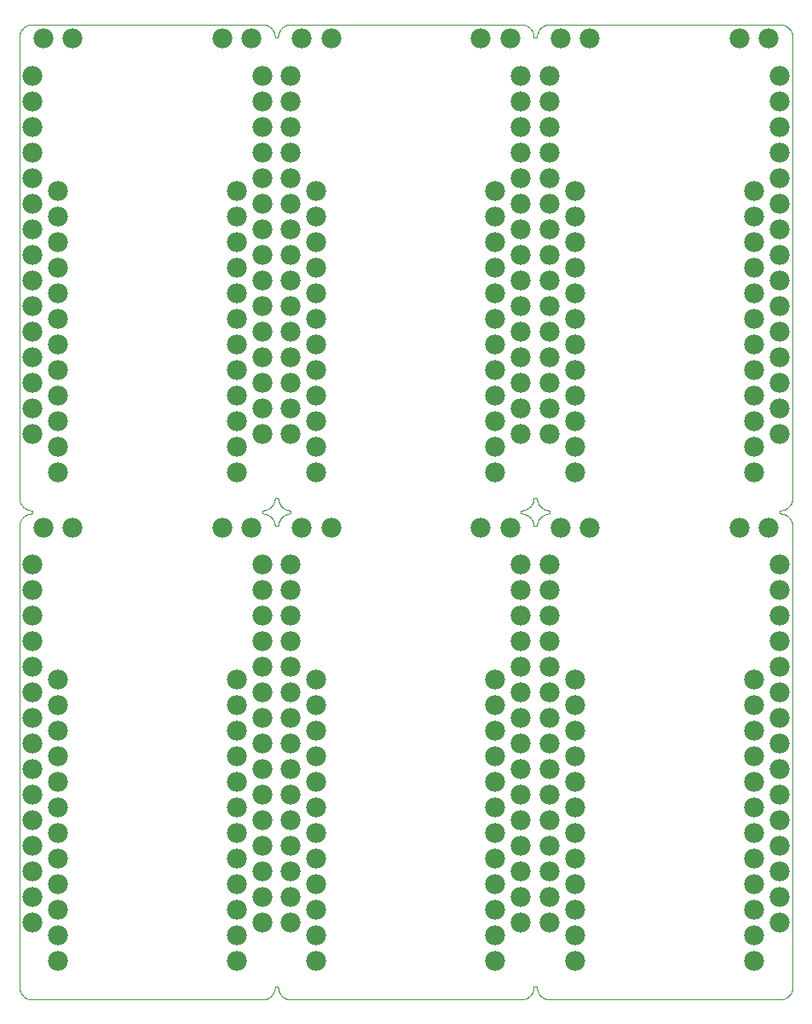
<source format=gbs>
G75*
%MOIN*%
%OFA0B0*%
%FSLAX25Y25*%
%IPPOS*%
%LPD*%
%AMOC8*
5,1,8,0,0,1.08239X$1,22.5*
%
%ADD10C,0.00000*%
%ADD11C,0.07800*%
D10*
X0077595Y0048933D02*
X0077595Y0228933D01*
X0077597Y0229073D01*
X0077603Y0229213D01*
X0077613Y0229353D01*
X0077626Y0229493D01*
X0077644Y0229632D01*
X0077666Y0229771D01*
X0077691Y0229908D01*
X0077720Y0230046D01*
X0077753Y0230182D01*
X0077790Y0230317D01*
X0077831Y0230451D01*
X0077876Y0230584D01*
X0077924Y0230716D01*
X0077976Y0230846D01*
X0078031Y0230975D01*
X0078090Y0231102D01*
X0078153Y0231228D01*
X0078219Y0231352D01*
X0078288Y0231473D01*
X0078361Y0231593D01*
X0078438Y0231711D01*
X0078517Y0231826D01*
X0078600Y0231940D01*
X0078686Y0232050D01*
X0078775Y0232159D01*
X0078867Y0232265D01*
X0078962Y0232368D01*
X0079059Y0232469D01*
X0079160Y0232566D01*
X0079263Y0232661D01*
X0079369Y0232753D01*
X0079478Y0232842D01*
X0079588Y0232928D01*
X0079702Y0233011D01*
X0079817Y0233090D01*
X0079935Y0233167D01*
X0080055Y0233240D01*
X0080176Y0233309D01*
X0080300Y0233375D01*
X0080426Y0233438D01*
X0080553Y0233497D01*
X0080682Y0233552D01*
X0080812Y0233604D01*
X0080944Y0233652D01*
X0081077Y0233697D01*
X0081211Y0233738D01*
X0081346Y0233775D01*
X0081482Y0233808D01*
X0081620Y0233837D01*
X0081757Y0233862D01*
X0081896Y0233884D01*
X0082035Y0233902D01*
X0082175Y0233915D01*
X0082315Y0233925D01*
X0082455Y0233931D01*
X0082595Y0233933D01*
X0082595Y0235183D01*
X0082455Y0235185D01*
X0082315Y0235191D01*
X0082175Y0235201D01*
X0082035Y0235214D01*
X0081896Y0235232D01*
X0081757Y0235254D01*
X0081620Y0235279D01*
X0081482Y0235308D01*
X0081346Y0235341D01*
X0081211Y0235378D01*
X0081077Y0235419D01*
X0080944Y0235464D01*
X0080812Y0235512D01*
X0080682Y0235564D01*
X0080553Y0235619D01*
X0080426Y0235678D01*
X0080300Y0235741D01*
X0080176Y0235807D01*
X0080055Y0235876D01*
X0079935Y0235949D01*
X0079817Y0236026D01*
X0079702Y0236105D01*
X0079588Y0236188D01*
X0079478Y0236274D01*
X0079369Y0236363D01*
X0079263Y0236455D01*
X0079160Y0236550D01*
X0079059Y0236647D01*
X0078962Y0236748D01*
X0078867Y0236851D01*
X0078775Y0236957D01*
X0078686Y0237066D01*
X0078600Y0237176D01*
X0078517Y0237290D01*
X0078438Y0237405D01*
X0078361Y0237523D01*
X0078288Y0237643D01*
X0078219Y0237764D01*
X0078153Y0237888D01*
X0078090Y0238014D01*
X0078031Y0238141D01*
X0077976Y0238270D01*
X0077924Y0238400D01*
X0077876Y0238532D01*
X0077831Y0238665D01*
X0077790Y0238799D01*
X0077753Y0238934D01*
X0077720Y0239070D01*
X0077691Y0239208D01*
X0077666Y0239345D01*
X0077644Y0239484D01*
X0077626Y0239623D01*
X0077613Y0239763D01*
X0077603Y0239903D01*
X0077597Y0240043D01*
X0077595Y0240183D01*
X0077595Y0420183D01*
X0077597Y0420323D01*
X0077603Y0420463D01*
X0077613Y0420603D01*
X0077626Y0420743D01*
X0077644Y0420882D01*
X0077666Y0421021D01*
X0077691Y0421158D01*
X0077720Y0421296D01*
X0077753Y0421432D01*
X0077790Y0421567D01*
X0077831Y0421701D01*
X0077876Y0421834D01*
X0077924Y0421966D01*
X0077976Y0422096D01*
X0078031Y0422225D01*
X0078090Y0422352D01*
X0078153Y0422478D01*
X0078219Y0422602D01*
X0078288Y0422723D01*
X0078361Y0422843D01*
X0078438Y0422961D01*
X0078517Y0423076D01*
X0078600Y0423190D01*
X0078686Y0423300D01*
X0078775Y0423409D01*
X0078867Y0423515D01*
X0078962Y0423618D01*
X0079059Y0423719D01*
X0079160Y0423816D01*
X0079263Y0423911D01*
X0079369Y0424003D01*
X0079478Y0424092D01*
X0079588Y0424178D01*
X0079702Y0424261D01*
X0079817Y0424340D01*
X0079935Y0424417D01*
X0080055Y0424490D01*
X0080176Y0424559D01*
X0080300Y0424625D01*
X0080426Y0424688D01*
X0080553Y0424747D01*
X0080682Y0424802D01*
X0080812Y0424854D01*
X0080944Y0424902D01*
X0081077Y0424947D01*
X0081211Y0424988D01*
X0081346Y0425025D01*
X0081482Y0425058D01*
X0081620Y0425087D01*
X0081757Y0425112D01*
X0081896Y0425134D01*
X0082035Y0425152D01*
X0082175Y0425165D01*
X0082315Y0425175D01*
X0082455Y0425181D01*
X0082595Y0425183D01*
X0172595Y0425183D01*
X0172735Y0425181D01*
X0172875Y0425175D01*
X0173015Y0425165D01*
X0173155Y0425152D01*
X0173294Y0425134D01*
X0173433Y0425112D01*
X0173570Y0425087D01*
X0173708Y0425058D01*
X0173844Y0425025D01*
X0173979Y0424988D01*
X0174113Y0424947D01*
X0174246Y0424902D01*
X0174378Y0424854D01*
X0174508Y0424802D01*
X0174637Y0424747D01*
X0174764Y0424688D01*
X0174890Y0424625D01*
X0175014Y0424559D01*
X0175135Y0424490D01*
X0175255Y0424417D01*
X0175373Y0424340D01*
X0175488Y0424261D01*
X0175602Y0424178D01*
X0175712Y0424092D01*
X0175821Y0424003D01*
X0175927Y0423911D01*
X0176030Y0423816D01*
X0176131Y0423719D01*
X0176228Y0423618D01*
X0176323Y0423515D01*
X0176415Y0423409D01*
X0176504Y0423300D01*
X0176590Y0423190D01*
X0176673Y0423076D01*
X0176752Y0422961D01*
X0176829Y0422843D01*
X0176902Y0422723D01*
X0176971Y0422602D01*
X0177037Y0422478D01*
X0177100Y0422352D01*
X0177159Y0422225D01*
X0177214Y0422096D01*
X0177266Y0421966D01*
X0177314Y0421834D01*
X0177359Y0421701D01*
X0177400Y0421567D01*
X0177437Y0421432D01*
X0177470Y0421296D01*
X0177499Y0421158D01*
X0177524Y0421021D01*
X0177546Y0420882D01*
X0177564Y0420743D01*
X0177577Y0420603D01*
X0177587Y0420463D01*
X0177593Y0420323D01*
X0177595Y0420183D01*
X0178845Y0420183D01*
X0178847Y0420323D01*
X0178853Y0420463D01*
X0178863Y0420603D01*
X0178876Y0420743D01*
X0178894Y0420882D01*
X0178916Y0421021D01*
X0178941Y0421158D01*
X0178970Y0421296D01*
X0179003Y0421432D01*
X0179040Y0421567D01*
X0179081Y0421701D01*
X0179126Y0421834D01*
X0179174Y0421966D01*
X0179226Y0422096D01*
X0179281Y0422225D01*
X0179340Y0422352D01*
X0179403Y0422478D01*
X0179469Y0422602D01*
X0179538Y0422723D01*
X0179611Y0422843D01*
X0179688Y0422961D01*
X0179767Y0423076D01*
X0179850Y0423190D01*
X0179936Y0423300D01*
X0180025Y0423409D01*
X0180117Y0423515D01*
X0180212Y0423618D01*
X0180309Y0423719D01*
X0180410Y0423816D01*
X0180513Y0423911D01*
X0180619Y0424003D01*
X0180728Y0424092D01*
X0180838Y0424178D01*
X0180952Y0424261D01*
X0181067Y0424340D01*
X0181185Y0424417D01*
X0181305Y0424490D01*
X0181426Y0424559D01*
X0181550Y0424625D01*
X0181676Y0424688D01*
X0181803Y0424747D01*
X0181932Y0424802D01*
X0182062Y0424854D01*
X0182194Y0424902D01*
X0182327Y0424947D01*
X0182461Y0424988D01*
X0182596Y0425025D01*
X0182732Y0425058D01*
X0182870Y0425087D01*
X0183007Y0425112D01*
X0183146Y0425134D01*
X0183285Y0425152D01*
X0183425Y0425165D01*
X0183565Y0425175D01*
X0183705Y0425181D01*
X0183845Y0425183D01*
X0273845Y0425183D01*
X0273985Y0425181D01*
X0274125Y0425175D01*
X0274265Y0425165D01*
X0274405Y0425152D01*
X0274544Y0425134D01*
X0274683Y0425112D01*
X0274820Y0425087D01*
X0274958Y0425058D01*
X0275094Y0425025D01*
X0275229Y0424988D01*
X0275363Y0424947D01*
X0275496Y0424902D01*
X0275628Y0424854D01*
X0275758Y0424802D01*
X0275887Y0424747D01*
X0276014Y0424688D01*
X0276140Y0424625D01*
X0276264Y0424559D01*
X0276385Y0424490D01*
X0276505Y0424417D01*
X0276623Y0424340D01*
X0276738Y0424261D01*
X0276852Y0424178D01*
X0276962Y0424092D01*
X0277071Y0424003D01*
X0277177Y0423911D01*
X0277280Y0423816D01*
X0277381Y0423719D01*
X0277478Y0423618D01*
X0277573Y0423515D01*
X0277665Y0423409D01*
X0277754Y0423300D01*
X0277840Y0423190D01*
X0277923Y0423076D01*
X0278002Y0422961D01*
X0278079Y0422843D01*
X0278152Y0422723D01*
X0278221Y0422602D01*
X0278287Y0422478D01*
X0278350Y0422352D01*
X0278409Y0422225D01*
X0278464Y0422096D01*
X0278516Y0421966D01*
X0278564Y0421834D01*
X0278609Y0421701D01*
X0278650Y0421567D01*
X0278687Y0421432D01*
X0278720Y0421296D01*
X0278749Y0421158D01*
X0278774Y0421021D01*
X0278796Y0420882D01*
X0278814Y0420743D01*
X0278827Y0420603D01*
X0278837Y0420463D01*
X0278843Y0420323D01*
X0278845Y0420183D01*
X0280095Y0420183D01*
X0280097Y0420323D01*
X0280103Y0420463D01*
X0280113Y0420603D01*
X0280126Y0420743D01*
X0280144Y0420882D01*
X0280166Y0421021D01*
X0280191Y0421158D01*
X0280220Y0421296D01*
X0280253Y0421432D01*
X0280290Y0421567D01*
X0280331Y0421701D01*
X0280376Y0421834D01*
X0280424Y0421966D01*
X0280476Y0422096D01*
X0280531Y0422225D01*
X0280590Y0422352D01*
X0280653Y0422478D01*
X0280719Y0422602D01*
X0280788Y0422723D01*
X0280861Y0422843D01*
X0280938Y0422961D01*
X0281017Y0423076D01*
X0281100Y0423190D01*
X0281186Y0423300D01*
X0281275Y0423409D01*
X0281367Y0423515D01*
X0281462Y0423618D01*
X0281559Y0423719D01*
X0281660Y0423816D01*
X0281763Y0423911D01*
X0281869Y0424003D01*
X0281978Y0424092D01*
X0282088Y0424178D01*
X0282202Y0424261D01*
X0282317Y0424340D01*
X0282435Y0424417D01*
X0282555Y0424490D01*
X0282676Y0424559D01*
X0282800Y0424625D01*
X0282926Y0424688D01*
X0283053Y0424747D01*
X0283182Y0424802D01*
X0283312Y0424854D01*
X0283444Y0424902D01*
X0283577Y0424947D01*
X0283711Y0424988D01*
X0283846Y0425025D01*
X0283982Y0425058D01*
X0284120Y0425087D01*
X0284257Y0425112D01*
X0284396Y0425134D01*
X0284535Y0425152D01*
X0284675Y0425165D01*
X0284815Y0425175D01*
X0284955Y0425181D01*
X0285095Y0425183D01*
X0375095Y0425183D01*
X0375235Y0425181D01*
X0375375Y0425175D01*
X0375515Y0425165D01*
X0375655Y0425152D01*
X0375794Y0425134D01*
X0375933Y0425112D01*
X0376070Y0425087D01*
X0376208Y0425058D01*
X0376344Y0425025D01*
X0376479Y0424988D01*
X0376613Y0424947D01*
X0376746Y0424902D01*
X0376878Y0424854D01*
X0377008Y0424802D01*
X0377137Y0424747D01*
X0377264Y0424688D01*
X0377390Y0424625D01*
X0377514Y0424559D01*
X0377635Y0424490D01*
X0377755Y0424417D01*
X0377873Y0424340D01*
X0377988Y0424261D01*
X0378102Y0424178D01*
X0378212Y0424092D01*
X0378321Y0424003D01*
X0378427Y0423911D01*
X0378530Y0423816D01*
X0378631Y0423719D01*
X0378728Y0423618D01*
X0378823Y0423515D01*
X0378915Y0423409D01*
X0379004Y0423300D01*
X0379090Y0423190D01*
X0379173Y0423076D01*
X0379252Y0422961D01*
X0379329Y0422843D01*
X0379402Y0422723D01*
X0379471Y0422602D01*
X0379537Y0422478D01*
X0379600Y0422352D01*
X0379659Y0422225D01*
X0379714Y0422096D01*
X0379766Y0421966D01*
X0379814Y0421834D01*
X0379859Y0421701D01*
X0379900Y0421567D01*
X0379937Y0421432D01*
X0379970Y0421296D01*
X0379999Y0421158D01*
X0380024Y0421021D01*
X0380046Y0420882D01*
X0380064Y0420743D01*
X0380077Y0420603D01*
X0380087Y0420463D01*
X0380093Y0420323D01*
X0380095Y0420183D01*
X0380095Y0240183D01*
X0380093Y0240043D01*
X0380087Y0239903D01*
X0380077Y0239763D01*
X0380064Y0239623D01*
X0380046Y0239484D01*
X0380024Y0239345D01*
X0379999Y0239208D01*
X0379970Y0239070D01*
X0379937Y0238934D01*
X0379900Y0238799D01*
X0379859Y0238665D01*
X0379814Y0238532D01*
X0379766Y0238400D01*
X0379714Y0238270D01*
X0379659Y0238141D01*
X0379600Y0238014D01*
X0379537Y0237888D01*
X0379471Y0237764D01*
X0379402Y0237643D01*
X0379329Y0237523D01*
X0379252Y0237405D01*
X0379173Y0237290D01*
X0379090Y0237176D01*
X0379004Y0237066D01*
X0378915Y0236957D01*
X0378823Y0236851D01*
X0378728Y0236748D01*
X0378631Y0236647D01*
X0378530Y0236550D01*
X0378427Y0236455D01*
X0378321Y0236363D01*
X0378212Y0236274D01*
X0378102Y0236188D01*
X0377988Y0236105D01*
X0377873Y0236026D01*
X0377755Y0235949D01*
X0377635Y0235876D01*
X0377514Y0235807D01*
X0377390Y0235741D01*
X0377264Y0235678D01*
X0377137Y0235619D01*
X0377008Y0235564D01*
X0376878Y0235512D01*
X0376746Y0235464D01*
X0376613Y0235419D01*
X0376479Y0235378D01*
X0376344Y0235341D01*
X0376208Y0235308D01*
X0376070Y0235279D01*
X0375933Y0235254D01*
X0375794Y0235232D01*
X0375655Y0235214D01*
X0375515Y0235201D01*
X0375375Y0235191D01*
X0375235Y0235185D01*
X0375095Y0235183D01*
X0375095Y0233933D01*
X0375235Y0233931D01*
X0375375Y0233925D01*
X0375515Y0233915D01*
X0375655Y0233902D01*
X0375794Y0233884D01*
X0375933Y0233862D01*
X0376070Y0233837D01*
X0376208Y0233808D01*
X0376344Y0233775D01*
X0376479Y0233738D01*
X0376613Y0233697D01*
X0376746Y0233652D01*
X0376878Y0233604D01*
X0377008Y0233552D01*
X0377137Y0233497D01*
X0377264Y0233438D01*
X0377390Y0233375D01*
X0377514Y0233309D01*
X0377635Y0233240D01*
X0377755Y0233167D01*
X0377873Y0233090D01*
X0377988Y0233011D01*
X0378102Y0232928D01*
X0378212Y0232842D01*
X0378321Y0232753D01*
X0378427Y0232661D01*
X0378530Y0232566D01*
X0378631Y0232469D01*
X0378728Y0232368D01*
X0378823Y0232265D01*
X0378915Y0232159D01*
X0379004Y0232050D01*
X0379090Y0231940D01*
X0379173Y0231826D01*
X0379252Y0231711D01*
X0379329Y0231593D01*
X0379402Y0231473D01*
X0379471Y0231352D01*
X0379537Y0231228D01*
X0379600Y0231102D01*
X0379659Y0230975D01*
X0379714Y0230846D01*
X0379766Y0230716D01*
X0379814Y0230584D01*
X0379859Y0230451D01*
X0379900Y0230317D01*
X0379937Y0230182D01*
X0379970Y0230046D01*
X0379999Y0229908D01*
X0380024Y0229771D01*
X0380046Y0229632D01*
X0380064Y0229493D01*
X0380077Y0229353D01*
X0380087Y0229213D01*
X0380093Y0229073D01*
X0380095Y0228933D01*
X0380095Y0048933D01*
X0380093Y0048793D01*
X0380087Y0048653D01*
X0380077Y0048513D01*
X0380064Y0048373D01*
X0380046Y0048234D01*
X0380024Y0048095D01*
X0379999Y0047958D01*
X0379970Y0047820D01*
X0379937Y0047684D01*
X0379900Y0047549D01*
X0379859Y0047415D01*
X0379814Y0047282D01*
X0379766Y0047150D01*
X0379714Y0047020D01*
X0379659Y0046891D01*
X0379600Y0046764D01*
X0379537Y0046638D01*
X0379471Y0046514D01*
X0379402Y0046393D01*
X0379329Y0046273D01*
X0379252Y0046155D01*
X0379173Y0046040D01*
X0379090Y0045926D01*
X0379004Y0045816D01*
X0378915Y0045707D01*
X0378823Y0045601D01*
X0378728Y0045498D01*
X0378631Y0045397D01*
X0378530Y0045300D01*
X0378427Y0045205D01*
X0378321Y0045113D01*
X0378212Y0045024D01*
X0378102Y0044938D01*
X0377988Y0044855D01*
X0377873Y0044776D01*
X0377755Y0044699D01*
X0377635Y0044626D01*
X0377514Y0044557D01*
X0377390Y0044491D01*
X0377264Y0044428D01*
X0377137Y0044369D01*
X0377008Y0044314D01*
X0376878Y0044262D01*
X0376746Y0044214D01*
X0376613Y0044169D01*
X0376479Y0044128D01*
X0376344Y0044091D01*
X0376208Y0044058D01*
X0376070Y0044029D01*
X0375933Y0044004D01*
X0375794Y0043982D01*
X0375655Y0043964D01*
X0375515Y0043951D01*
X0375375Y0043941D01*
X0375235Y0043935D01*
X0375095Y0043933D01*
X0285095Y0043933D01*
X0284955Y0043935D01*
X0284815Y0043941D01*
X0284675Y0043951D01*
X0284535Y0043964D01*
X0284396Y0043982D01*
X0284257Y0044004D01*
X0284120Y0044029D01*
X0283982Y0044058D01*
X0283846Y0044091D01*
X0283711Y0044128D01*
X0283577Y0044169D01*
X0283444Y0044214D01*
X0283312Y0044262D01*
X0283182Y0044314D01*
X0283053Y0044369D01*
X0282926Y0044428D01*
X0282800Y0044491D01*
X0282676Y0044557D01*
X0282555Y0044626D01*
X0282435Y0044699D01*
X0282317Y0044776D01*
X0282202Y0044855D01*
X0282088Y0044938D01*
X0281978Y0045024D01*
X0281869Y0045113D01*
X0281763Y0045205D01*
X0281660Y0045300D01*
X0281559Y0045397D01*
X0281462Y0045498D01*
X0281367Y0045601D01*
X0281275Y0045707D01*
X0281186Y0045816D01*
X0281100Y0045926D01*
X0281017Y0046040D01*
X0280938Y0046155D01*
X0280861Y0046273D01*
X0280788Y0046393D01*
X0280719Y0046514D01*
X0280653Y0046638D01*
X0280590Y0046764D01*
X0280531Y0046891D01*
X0280476Y0047020D01*
X0280424Y0047150D01*
X0280376Y0047282D01*
X0280331Y0047415D01*
X0280290Y0047549D01*
X0280253Y0047684D01*
X0280220Y0047820D01*
X0280191Y0047958D01*
X0280166Y0048095D01*
X0280144Y0048234D01*
X0280126Y0048373D01*
X0280113Y0048513D01*
X0280103Y0048653D01*
X0280097Y0048793D01*
X0280095Y0048933D01*
X0278845Y0048933D01*
X0278843Y0048793D01*
X0278837Y0048653D01*
X0278827Y0048513D01*
X0278814Y0048373D01*
X0278796Y0048234D01*
X0278774Y0048095D01*
X0278749Y0047958D01*
X0278720Y0047820D01*
X0278687Y0047684D01*
X0278650Y0047549D01*
X0278609Y0047415D01*
X0278564Y0047282D01*
X0278516Y0047150D01*
X0278464Y0047020D01*
X0278409Y0046891D01*
X0278350Y0046764D01*
X0278287Y0046638D01*
X0278221Y0046514D01*
X0278152Y0046393D01*
X0278079Y0046273D01*
X0278002Y0046155D01*
X0277923Y0046040D01*
X0277840Y0045926D01*
X0277754Y0045816D01*
X0277665Y0045707D01*
X0277573Y0045601D01*
X0277478Y0045498D01*
X0277381Y0045397D01*
X0277280Y0045300D01*
X0277177Y0045205D01*
X0277071Y0045113D01*
X0276962Y0045024D01*
X0276852Y0044938D01*
X0276738Y0044855D01*
X0276623Y0044776D01*
X0276505Y0044699D01*
X0276385Y0044626D01*
X0276264Y0044557D01*
X0276140Y0044491D01*
X0276014Y0044428D01*
X0275887Y0044369D01*
X0275758Y0044314D01*
X0275628Y0044262D01*
X0275496Y0044214D01*
X0275363Y0044169D01*
X0275229Y0044128D01*
X0275094Y0044091D01*
X0274958Y0044058D01*
X0274820Y0044029D01*
X0274683Y0044004D01*
X0274544Y0043982D01*
X0274405Y0043964D01*
X0274265Y0043951D01*
X0274125Y0043941D01*
X0273985Y0043935D01*
X0273845Y0043933D01*
X0183845Y0043933D01*
X0183705Y0043935D01*
X0183565Y0043941D01*
X0183425Y0043951D01*
X0183285Y0043964D01*
X0183146Y0043982D01*
X0183007Y0044004D01*
X0182870Y0044029D01*
X0182732Y0044058D01*
X0182596Y0044091D01*
X0182461Y0044128D01*
X0182327Y0044169D01*
X0182194Y0044214D01*
X0182062Y0044262D01*
X0181932Y0044314D01*
X0181803Y0044369D01*
X0181676Y0044428D01*
X0181550Y0044491D01*
X0181426Y0044557D01*
X0181305Y0044626D01*
X0181185Y0044699D01*
X0181067Y0044776D01*
X0180952Y0044855D01*
X0180838Y0044938D01*
X0180728Y0045024D01*
X0180619Y0045113D01*
X0180513Y0045205D01*
X0180410Y0045300D01*
X0180309Y0045397D01*
X0180212Y0045498D01*
X0180117Y0045601D01*
X0180025Y0045707D01*
X0179936Y0045816D01*
X0179850Y0045926D01*
X0179767Y0046040D01*
X0179688Y0046155D01*
X0179611Y0046273D01*
X0179538Y0046393D01*
X0179469Y0046514D01*
X0179403Y0046638D01*
X0179340Y0046764D01*
X0179281Y0046891D01*
X0179226Y0047020D01*
X0179174Y0047150D01*
X0179126Y0047282D01*
X0179081Y0047415D01*
X0179040Y0047549D01*
X0179003Y0047684D01*
X0178970Y0047820D01*
X0178941Y0047958D01*
X0178916Y0048095D01*
X0178894Y0048234D01*
X0178876Y0048373D01*
X0178863Y0048513D01*
X0178853Y0048653D01*
X0178847Y0048793D01*
X0178845Y0048933D01*
X0177595Y0048933D01*
X0177593Y0048793D01*
X0177587Y0048653D01*
X0177577Y0048513D01*
X0177564Y0048373D01*
X0177546Y0048234D01*
X0177524Y0048095D01*
X0177499Y0047958D01*
X0177470Y0047820D01*
X0177437Y0047684D01*
X0177400Y0047549D01*
X0177359Y0047415D01*
X0177314Y0047282D01*
X0177266Y0047150D01*
X0177214Y0047020D01*
X0177159Y0046891D01*
X0177100Y0046764D01*
X0177037Y0046638D01*
X0176971Y0046514D01*
X0176902Y0046393D01*
X0176829Y0046273D01*
X0176752Y0046155D01*
X0176673Y0046040D01*
X0176590Y0045926D01*
X0176504Y0045816D01*
X0176415Y0045707D01*
X0176323Y0045601D01*
X0176228Y0045498D01*
X0176131Y0045397D01*
X0176030Y0045300D01*
X0175927Y0045205D01*
X0175821Y0045113D01*
X0175712Y0045024D01*
X0175602Y0044938D01*
X0175488Y0044855D01*
X0175373Y0044776D01*
X0175255Y0044699D01*
X0175135Y0044626D01*
X0175014Y0044557D01*
X0174890Y0044491D01*
X0174764Y0044428D01*
X0174637Y0044369D01*
X0174508Y0044314D01*
X0174378Y0044262D01*
X0174246Y0044214D01*
X0174113Y0044169D01*
X0173979Y0044128D01*
X0173844Y0044091D01*
X0173708Y0044058D01*
X0173570Y0044029D01*
X0173433Y0044004D01*
X0173294Y0043982D01*
X0173155Y0043964D01*
X0173015Y0043951D01*
X0172875Y0043941D01*
X0172735Y0043935D01*
X0172595Y0043933D01*
X0082595Y0043933D01*
X0082455Y0043935D01*
X0082315Y0043941D01*
X0082175Y0043951D01*
X0082035Y0043964D01*
X0081896Y0043982D01*
X0081757Y0044004D01*
X0081620Y0044029D01*
X0081482Y0044058D01*
X0081346Y0044091D01*
X0081211Y0044128D01*
X0081077Y0044169D01*
X0080944Y0044214D01*
X0080812Y0044262D01*
X0080682Y0044314D01*
X0080553Y0044369D01*
X0080426Y0044428D01*
X0080300Y0044491D01*
X0080176Y0044557D01*
X0080055Y0044626D01*
X0079935Y0044699D01*
X0079817Y0044776D01*
X0079702Y0044855D01*
X0079588Y0044938D01*
X0079478Y0045024D01*
X0079369Y0045113D01*
X0079263Y0045205D01*
X0079160Y0045300D01*
X0079059Y0045397D01*
X0078962Y0045498D01*
X0078867Y0045601D01*
X0078775Y0045707D01*
X0078686Y0045816D01*
X0078600Y0045926D01*
X0078517Y0046040D01*
X0078438Y0046155D01*
X0078361Y0046273D01*
X0078288Y0046393D01*
X0078219Y0046514D01*
X0078153Y0046638D01*
X0078090Y0046764D01*
X0078031Y0046891D01*
X0077976Y0047020D01*
X0077924Y0047150D01*
X0077876Y0047282D01*
X0077831Y0047415D01*
X0077790Y0047549D01*
X0077753Y0047684D01*
X0077720Y0047820D01*
X0077691Y0047958D01*
X0077666Y0048095D01*
X0077644Y0048234D01*
X0077626Y0048373D01*
X0077613Y0048513D01*
X0077603Y0048653D01*
X0077597Y0048793D01*
X0077595Y0048933D01*
X0177595Y0228933D02*
X0177593Y0229073D01*
X0177587Y0229213D01*
X0177577Y0229353D01*
X0177564Y0229493D01*
X0177546Y0229632D01*
X0177524Y0229771D01*
X0177499Y0229908D01*
X0177470Y0230046D01*
X0177437Y0230182D01*
X0177400Y0230317D01*
X0177359Y0230451D01*
X0177314Y0230584D01*
X0177266Y0230716D01*
X0177214Y0230846D01*
X0177159Y0230975D01*
X0177100Y0231102D01*
X0177037Y0231228D01*
X0176971Y0231352D01*
X0176902Y0231473D01*
X0176829Y0231593D01*
X0176752Y0231711D01*
X0176673Y0231826D01*
X0176590Y0231940D01*
X0176504Y0232050D01*
X0176415Y0232159D01*
X0176323Y0232265D01*
X0176228Y0232368D01*
X0176131Y0232469D01*
X0176030Y0232566D01*
X0175927Y0232661D01*
X0175821Y0232753D01*
X0175712Y0232842D01*
X0175602Y0232928D01*
X0175488Y0233011D01*
X0175373Y0233090D01*
X0175255Y0233167D01*
X0175135Y0233240D01*
X0175014Y0233309D01*
X0174890Y0233375D01*
X0174764Y0233438D01*
X0174637Y0233497D01*
X0174508Y0233552D01*
X0174378Y0233604D01*
X0174246Y0233652D01*
X0174113Y0233697D01*
X0173979Y0233738D01*
X0173844Y0233775D01*
X0173708Y0233808D01*
X0173570Y0233837D01*
X0173433Y0233862D01*
X0173294Y0233884D01*
X0173155Y0233902D01*
X0173015Y0233915D01*
X0172875Y0233925D01*
X0172735Y0233931D01*
X0172595Y0233933D01*
X0172595Y0235183D01*
X0172735Y0235185D01*
X0172875Y0235191D01*
X0173015Y0235201D01*
X0173155Y0235214D01*
X0173294Y0235232D01*
X0173433Y0235254D01*
X0173570Y0235279D01*
X0173708Y0235308D01*
X0173844Y0235341D01*
X0173979Y0235378D01*
X0174113Y0235419D01*
X0174246Y0235464D01*
X0174378Y0235512D01*
X0174508Y0235564D01*
X0174637Y0235619D01*
X0174764Y0235678D01*
X0174890Y0235741D01*
X0175014Y0235807D01*
X0175135Y0235876D01*
X0175255Y0235949D01*
X0175373Y0236026D01*
X0175488Y0236105D01*
X0175602Y0236188D01*
X0175712Y0236274D01*
X0175821Y0236363D01*
X0175927Y0236455D01*
X0176030Y0236550D01*
X0176131Y0236647D01*
X0176228Y0236748D01*
X0176323Y0236851D01*
X0176415Y0236957D01*
X0176504Y0237066D01*
X0176590Y0237176D01*
X0176673Y0237290D01*
X0176752Y0237405D01*
X0176829Y0237523D01*
X0176902Y0237643D01*
X0176971Y0237764D01*
X0177037Y0237888D01*
X0177100Y0238014D01*
X0177159Y0238141D01*
X0177214Y0238270D01*
X0177266Y0238400D01*
X0177314Y0238532D01*
X0177359Y0238665D01*
X0177400Y0238799D01*
X0177437Y0238934D01*
X0177470Y0239070D01*
X0177499Y0239208D01*
X0177524Y0239345D01*
X0177546Y0239484D01*
X0177564Y0239623D01*
X0177577Y0239763D01*
X0177587Y0239903D01*
X0177593Y0240043D01*
X0177595Y0240183D01*
X0178845Y0240183D01*
X0178847Y0240043D01*
X0178853Y0239903D01*
X0178863Y0239763D01*
X0178876Y0239623D01*
X0178894Y0239484D01*
X0178916Y0239345D01*
X0178941Y0239208D01*
X0178970Y0239070D01*
X0179003Y0238934D01*
X0179040Y0238799D01*
X0179081Y0238665D01*
X0179126Y0238532D01*
X0179174Y0238400D01*
X0179226Y0238270D01*
X0179281Y0238141D01*
X0179340Y0238014D01*
X0179403Y0237888D01*
X0179469Y0237764D01*
X0179538Y0237643D01*
X0179611Y0237523D01*
X0179688Y0237405D01*
X0179767Y0237290D01*
X0179850Y0237176D01*
X0179936Y0237066D01*
X0180025Y0236957D01*
X0180117Y0236851D01*
X0180212Y0236748D01*
X0180309Y0236647D01*
X0180410Y0236550D01*
X0180513Y0236455D01*
X0180619Y0236363D01*
X0180728Y0236274D01*
X0180838Y0236188D01*
X0180952Y0236105D01*
X0181067Y0236026D01*
X0181185Y0235949D01*
X0181305Y0235876D01*
X0181426Y0235807D01*
X0181550Y0235741D01*
X0181676Y0235678D01*
X0181803Y0235619D01*
X0181932Y0235564D01*
X0182062Y0235512D01*
X0182194Y0235464D01*
X0182327Y0235419D01*
X0182461Y0235378D01*
X0182596Y0235341D01*
X0182732Y0235308D01*
X0182870Y0235279D01*
X0183007Y0235254D01*
X0183146Y0235232D01*
X0183285Y0235214D01*
X0183425Y0235201D01*
X0183565Y0235191D01*
X0183705Y0235185D01*
X0183845Y0235183D01*
X0183845Y0233933D01*
X0183705Y0233931D01*
X0183565Y0233925D01*
X0183425Y0233915D01*
X0183285Y0233902D01*
X0183146Y0233884D01*
X0183007Y0233862D01*
X0182870Y0233837D01*
X0182732Y0233808D01*
X0182596Y0233775D01*
X0182461Y0233738D01*
X0182327Y0233697D01*
X0182194Y0233652D01*
X0182062Y0233604D01*
X0181932Y0233552D01*
X0181803Y0233497D01*
X0181676Y0233438D01*
X0181550Y0233375D01*
X0181426Y0233309D01*
X0181305Y0233240D01*
X0181185Y0233167D01*
X0181067Y0233090D01*
X0180952Y0233011D01*
X0180838Y0232928D01*
X0180728Y0232842D01*
X0180619Y0232753D01*
X0180513Y0232661D01*
X0180410Y0232566D01*
X0180309Y0232469D01*
X0180212Y0232368D01*
X0180117Y0232265D01*
X0180025Y0232159D01*
X0179936Y0232050D01*
X0179850Y0231940D01*
X0179767Y0231826D01*
X0179688Y0231711D01*
X0179611Y0231593D01*
X0179538Y0231473D01*
X0179469Y0231352D01*
X0179403Y0231228D01*
X0179340Y0231102D01*
X0179281Y0230975D01*
X0179226Y0230846D01*
X0179174Y0230716D01*
X0179126Y0230584D01*
X0179081Y0230451D01*
X0179040Y0230317D01*
X0179003Y0230182D01*
X0178970Y0230046D01*
X0178941Y0229908D01*
X0178916Y0229771D01*
X0178894Y0229632D01*
X0178876Y0229493D01*
X0178863Y0229353D01*
X0178853Y0229213D01*
X0178847Y0229073D01*
X0178845Y0228933D01*
X0177595Y0228933D01*
X0273845Y0233933D02*
X0273985Y0233931D01*
X0274125Y0233925D01*
X0274265Y0233915D01*
X0274405Y0233902D01*
X0274544Y0233884D01*
X0274683Y0233862D01*
X0274820Y0233837D01*
X0274958Y0233808D01*
X0275094Y0233775D01*
X0275229Y0233738D01*
X0275363Y0233697D01*
X0275496Y0233652D01*
X0275628Y0233604D01*
X0275758Y0233552D01*
X0275887Y0233497D01*
X0276014Y0233438D01*
X0276140Y0233375D01*
X0276264Y0233309D01*
X0276385Y0233240D01*
X0276505Y0233167D01*
X0276623Y0233090D01*
X0276738Y0233011D01*
X0276852Y0232928D01*
X0276962Y0232842D01*
X0277071Y0232753D01*
X0277177Y0232661D01*
X0277280Y0232566D01*
X0277381Y0232469D01*
X0277478Y0232368D01*
X0277573Y0232265D01*
X0277665Y0232159D01*
X0277754Y0232050D01*
X0277840Y0231940D01*
X0277923Y0231826D01*
X0278002Y0231711D01*
X0278079Y0231593D01*
X0278152Y0231473D01*
X0278221Y0231352D01*
X0278287Y0231228D01*
X0278350Y0231102D01*
X0278409Y0230975D01*
X0278464Y0230846D01*
X0278516Y0230716D01*
X0278564Y0230584D01*
X0278609Y0230451D01*
X0278650Y0230317D01*
X0278687Y0230182D01*
X0278720Y0230046D01*
X0278749Y0229908D01*
X0278774Y0229771D01*
X0278796Y0229632D01*
X0278814Y0229493D01*
X0278827Y0229353D01*
X0278837Y0229213D01*
X0278843Y0229073D01*
X0278845Y0228933D01*
X0280095Y0228933D01*
X0280097Y0229073D01*
X0280103Y0229213D01*
X0280113Y0229353D01*
X0280126Y0229493D01*
X0280144Y0229632D01*
X0280166Y0229771D01*
X0280191Y0229908D01*
X0280220Y0230046D01*
X0280253Y0230182D01*
X0280290Y0230317D01*
X0280331Y0230451D01*
X0280376Y0230584D01*
X0280424Y0230716D01*
X0280476Y0230846D01*
X0280531Y0230975D01*
X0280590Y0231102D01*
X0280653Y0231228D01*
X0280719Y0231352D01*
X0280788Y0231473D01*
X0280861Y0231593D01*
X0280938Y0231711D01*
X0281017Y0231826D01*
X0281100Y0231940D01*
X0281186Y0232050D01*
X0281275Y0232159D01*
X0281367Y0232265D01*
X0281462Y0232368D01*
X0281559Y0232469D01*
X0281660Y0232566D01*
X0281763Y0232661D01*
X0281869Y0232753D01*
X0281978Y0232842D01*
X0282088Y0232928D01*
X0282202Y0233011D01*
X0282317Y0233090D01*
X0282435Y0233167D01*
X0282555Y0233240D01*
X0282676Y0233309D01*
X0282800Y0233375D01*
X0282926Y0233438D01*
X0283053Y0233497D01*
X0283182Y0233552D01*
X0283312Y0233604D01*
X0283444Y0233652D01*
X0283577Y0233697D01*
X0283711Y0233738D01*
X0283846Y0233775D01*
X0283982Y0233808D01*
X0284120Y0233837D01*
X0284257Y0233862D01*
X0284396Y0233884D01*
X0284535Y0233902D01*
X0284675Y0233915D01*
X0284815Y0233925D01*
X0284955Y0233931D01*
X0285095Y0233933D01*
X0285095Y0235183D01*
X0284955Y0235185D01*
X0284815Y0235191D01*
X0284675Y0235201D01*
X0284535Y0235214D01*
X0284396Y0235232D01*
X0284257Y0235254D01*
X0284120Y0235279D01*
X0283982Y0235308D01*
X0283846Y0235341D01*
X0283711Y0235378D01*
X0283577Y0235419D01*
X0283444Y0235464D01*
X0283312Y0235512D01*
X0283182Y0235564D01*
X0283053Y0235619D01*
X0282926Y0235678D01*
X0282800Y0235741D01*
X0282676Y0235807D01*
X0282555Y0235876D01*
X0282435Y0235949D01*
X0282317Y0236026D01*
X0282202Y0236105D01*
X0282088Y0236188D01*
X0281978Y0236274D01*
X0281869Y0236363D01*
X0281763Y0236455D01*
X0281660Y0236550D01*
X0281559Y0236647D01*
X0281462Y0236748D01*
X0281367Y0236851D01*
X0281275Y0236957D01*
X0281186Y0237066D01*
X0281100Y0237176D01*
X0281017Y0237290D01*
X0280938Y0237405D01*
X0280861Y0237523D01*
X0280788Y0237643D01*
X0280719Y0237764D01*
X0280653Y0237888D01*
X0280590Y0238014D01*
X0280531Y0238141D01*
X0280476Y0238270D01*
X0280424Y0238400D01*
X0280376Y0238532D01*
X0280331Y0238665D01*
X0280290Y0238799D01*
X0280253Y0238934D01*
X0280220Y0239070D01*
X0280191Y0239208D01*
X0280166Y0239345D01*
X0280144Y0239484D01*
X0280126Y0239623D01*
X0280113Y0239763D01*
X0280103Y0239903D01*
X0280097Y0240043D01*
X0280095Y0240183D01*
X0278845Y0240183D01*
X0278843Y0240043D01*
X0278837Y0239903D01*
X0278827Y0239763D01*
X0278814Y0239623D01*
X0278796Y0239484D01*
X0278774Y0239345D01*
X0278749Y0239208D01*
X0278720Y0239070D01*
X0278687Y0238934D01*
X0278650Y0238799D01*
X0278609Y0238665D01*
X0278564Y0238532D01*
X0278516Y0238400D01*
X0278464Y0238270D01*
X0278409Y0238141D01*
X0278350Y0238014D01*
X0278287Y0237888D01*
X0278221Y0237764D01*
X0278152Y0237643D01*
X0278079Y0237523D01*
X0278002Y0237405D01*
X0277923Y0237290D01*
X0277840Y0237176D01*
X0277754Y0237066D01*
X0277665Y0236957D01*
X0277573Y0236851D01*
X0277478Y0236748D01*
X0277381Y0236647D01*
X0277280Y0236550D01*
X0277177Y0236455D01*
X0277071Y0236363D01*
X0276962Y0236274D01*
X0276852Y0236188D01*
X0276738Y0236105D01*
X0276623Y0236026D01*
X0276505Y0235949D01*
X0276385Y0235876D01*
X0276264Y0235807D01*
X0276140Y0235741D01*
X0276014Y0235678D01*
X0275887Y0235619D01*
X0275758Y0235564D01*
X0275628Y0235512D01*
X0275496Y0235464D01*
X0275363Y0235419D01*
X0275229Y0235378D01*
X0275094Y0235341D01*
X0274958Y0235308D01*
X0274820Y0235279D01*
X0274683Y0235254D01*
X0274544Y0235232D01*
X0274405Y0235214D01*
X0274265Y0235201D01*
X0274125Y0235191D01*
X0273985Y0235185D01*
X0273845Y0235183D01*
X0273845Y0233933D01*
D11*
X0269545Y0228433D03*
X0258145Y0228433D03*
X0273845Y0213933D03*
X0273845Y0203933D03*
X0273845Y0193933D03*
X0273845Y0183933D03*
X0273845Y0173933D03*
X0273845Y0163933D03*
X0273845Y0153933D03*
X0273845Y0143933D03*
X0273845Y0133933D03*
X0273845Y0123933D03*
X0263845Y0118933D03*
X0263845Y0128933D03*
X0263845Y0138933D03*
X0263845Y0148933D03*
X0263845Y0158933D03*
X0263845Y0168933D03*
X0285095Y0163933D03*
X0285095Y0153933D03*
X0285095Y0143933D03*
X0285095Y0133933D03*
X0285095Y0123933D03*
X0295095Y0118933D03*
X0295095Y0128933D03*
X0295095Y0138933D03*
X0295095Y0148933D03*
X0295095Y0158933D03*
X0295095Y0168933D03*
X0285095Y0173933D03*
X0285095Y0183933D03*
X0285095Y0193933D03*
X0285095Y0203933D03*
X0285095Y0213933D03*
X0289395Y0228433D03*
X0300795Y0228433D03*
X0295095Y0250183D03*
X0295095Y0260183D03*
X0295095Y0270183D03*
X0295095Y0280183D03*
X0285095Y0275183D03*
X0285095Y0265183D03*
X0273845Y0265183D03*
X0273845Y0275183D03*
X0263845Y0270183D03*
X0263845Y0260183D03*
X0263845Y0250183D03*
X0263845Y0280183D03*
X0273845Y0285183D03*
X0273845Y0295183D03*
X0273845Y0305183D03*
X0273845Y0315183D03*
X0273845Y0325183D03*
X0273845Y0335183D03*
X0273845Y0345183D03*
X0273845Y0355183D03*
X0273845Y0365183D03*
X0273845Y0375183D03*
X0273845Y0385183D03*
X0273845Y0395183D03*
X0273845Y0405183D03*
X0285095Y0405183D03*
X0285095Y0395183D03*
X0285095Y0385183D03*
X0285095Y0375183D03*
X0285095Y0365183D03*
X0285095Y0355183D03*
X0285095Y0345183D03*
X0285095Y0335183D03*
X0285095Y0325183D03*
X0285095Y0315183D03*
X0285095Y0305183D03*
X0285095Y0295183D03*
X0285095Y0285183D03*
X0295095Y0290183D03*
X0295095Y0300183D03*
X0295095Y0310183D03*
X0295095Y0320183D03*
X0295095Y0330183D03*
X0295095Y0340183D03*
X0295095Y0350183D03*
X0295095Y0360183D03*
X0263845Y0360183D03*
X0263845Y0350183D03*
X0263845Y0340183D03*
X0263845Y0330183D03*
X0263845Y0320183D03*
X0263845Y0310183D03*
X0263845Y0300183D03*
X0263845Y0290183D03*
X0199545Y0228433D03*
X0188145Y0228433D03*
X0183845Y0213933D03*
X0172595Y0213933D03*
X0172595Y0203933D03*
X0172595Y0193933D03*
X0172595Y0183933D03*
X0172595Y0173933D03*
X0172595Y0163933D03*
X0172595Y0153933D03*
X0172595Y0143933D03*
X0172595Y0133933D03*
X0172595Y0123933D03*
X0183845Y0123933D03*
X0183845Y0133933D03*
X0183845Y0143933D03*
X0183845Y0153933D03*
X0183845Y0163933D03*
X0183845Y0173933D03*
X0183845Y0183933D03*
X0183845Y0193933D03*
X0183845Y0203933D03*
X0168295Y0228433D03*
X0156895Y0228433D03*
X0162595Y0250183D03*
X0162595Y0260183D03*
X0162595Y0270183D03*
X0162595Y0280183D03*
X0162595Y0290183D03*
X0162595Y0300183D03*
X0162595Y0310183D03*
X0162595Y0320183D03*
X0162595Y0330183D03*
X0162595Y0340183D03*
X0162595Y0350183D03*
X0162595Y0360183D03*
X0172595Y0355183D03*
X0172595Y0345183D03*
X0172595Y0335183D03*
X0172595Y0325183D03*
X0172595Y0315183D03*
X0172595Y0305183D03*
X0172595Y0295183D03*
X0172595Y0285183D03*
X0183845Y0285183D03*
X0183845Y0295183D03*
X0183845Y0305183D03*
X0183845Y0315183D03*
X0183845Y0325183D03*
X0183845Y0335183D03*
X0183845Y0345183D03*
X0183845Y0355183D03*
X0183845Y0365183D03*
X0183845Y0375183D03*
X0172595Y0375183D03*
X0172595Y0365183D03*
X0172595Y0385183D03*
X0172595Y0395183D03*
X0172595Y0405183D03*
X0183845Y0405183D03*
X0183845Y0395183D03*
X0183845Y0385183D03*
X0193845Y0360183D03*
X0193845Y0350183D03*
X0193845Y0340183D03*
X0193845Y0330183D03*
X0193845Y0320183D03*
X0193845Y0310183D03*
X0193845Y0300183D03*
X0193845Y0290183D03*
X0193845Y0280183D03*
X0193845Y0270183D03*
X0193845Y0260183D03*
X0193845Y0250183D03*
X0183845Y0265183D03*
X0183845Y0275183D03*
X0172595Y0275183D03*
X0172595Y0265183D03*
X0098295Y0228433D03*
X0086895Y0228433D03*
X0082595Y0213933D03*
X0082595Y0203933D03*
X0082595Y0193933D03*
X0082595Y0183933D03*
X0082595Y0173933D03*
X0082595Y0163933D03*
X0082595Y0153933D03*
X0082595Y0143933D03*
X0082595Y0133933D03*
X0082595Y0123933D03*
X0092595Y0118933D03*
X0092595Y0128933D03*
X0092595Y0138933D03*
X0092595Y0148933D03*
X0092595Y0158933D03*
X0092595Y0168933D03*
X0082595Y0113933D03*
X0082595Y0103933D03*
X0082595Y0093933D03*
X0082595Y0083933D03*
X0082595Y0073933D03*
X0092595Y0068933D03*
X0092595Y0058933D03*
X0092595Y0078933D03*
X0092595Y0088933D03*
X0092595Y0098933D03*
X0092595Y0108933D03*
X0162595Y0108933D03*
X0162595Y0098933D03*
X0162595Y0088933D03*
X0162595Y0078933D03*
X0162595Y0068933D03*
X0162595Y0058933D03*
X0172595Y0073933D03*
X0172595Y0083933D03*
X0172595Y0093933D03*
X0172595Y0103933D03*
X0172595Y0113933D03*
X0183845Y0113933D03*
X0183845Y0103933D03*
X0183845Y0093933D03*
X0183845Y0083933D03*
X0183845Y0073933D03*
X0193845Y0068933D03*
X0193845Y0058933D03*
X0193845Y0078933D03*
X0193845Y0088933D03*
X0193845Y0098933D03*
X0193845Y0108933D03*
X0193845Y0118933D03*
X0193845Y0128933D03*
X0193845Y0138933D03*
X0193845Y0148933D03*
X0193845Y0158933D03*
X0193845Y0168933D03*
X0162595Y0168933D03*
X0162595Y0158933D03*
X0162595Y0148933D03*
X0162595Y0138933D03*
X0162595Y0128933D03*
X0162595Y0118933D03*
X0263845Y0108933D03*
X0263845Y0098933D03*
X0263845Y0088933D03*
X0263845Y0078933D03*
X0263845Y0068933D03*
X0263845Y0058933D03*
X0273845Y0073933D03*
X0273845Y0083933D03*
X0273845Y0093933D03*
X0273845Y0103933D03*
X0273845Y0113933D03*
X0285095Y0113933D03*
X0285095Y0103933D03*
X0285095Y0093933D03*
X0285095Y0083933D03*
X0285095Y0073933D03*
X0295095Y0068933D03*
X0295095Y0058933D03*
X0295095Y0078933D03*
X0295095Y0088933D03*
X0295095Y0098933D03*
X0295095Y0108933D03*
X0365095Y0108933D03*
X0365095Y0098933D03*
X0365095Y0088933D03*
X0365095Y0078933D03*
X0365095Y0068933D03*
X0365095Y0058933D03*
X0375095Y0073933D03*
X0375095Y0083933D03*
X0375095Y0093933D03*
X0375095Y0103933D03*
X0375095Y0113933D03*
X0365095Y0118933D03*
X0365095Y0128933D03*
X0365095Y0138933D03*
X0365095Y0148933D03*
X0365095Y0158933D03*
X0365095Y0168933D03*
X0375095Y0163933D03*
X0375095Y0153933D03*
X0375095Y0143933D03*
X0375095Y0133933D03*
X0375095Y0123933D03*
X0375095Y0173933D03*
X0375095Y0183933D03*
X0375095Y0193933D03*
X0375095Y0203933D03*
X0375095Y0213933D03*
X0370795Y0228433D03*
X0359395Y0228433D03*
X0365095Y0250183D03*
X0365095Y0260183D03*
X0365095Y0270183D03*
X0365095Y0280183D03*
X0375095Y0275183D03*
X0375095Y0265183D03*
X0375095Y0285183D03*
X0375095Y0295183D03*
X0375095Y0305183D03*
X0375095Y0315183D03*
X0375095Y0325183D03*
X0375095Y0335183D03*
X0375095Y0345183D03*
X0375095Y0355183D03*
X0375095Y0365183D03*
X0375095Y0375183D03*
X0375095Y0385183D03*
X0375095Y0395183D03*
X0375095Y0405183D03*
X0370795Y0419683D03*
X0359395Y0419683D03*
X0300795Y0419683D03*
X0289395Y0419683D03*
X0269545Y0419683D03*
X0258145Y0419683D03*
X0199545Y0419683D03*
X0188145Y0419683D03*
X0168295Y0419683D03*
X0156895Y0419683D03*
X0098295Y0419683D03*
X0086895Y0419683D03*
X0082595Y0405183D03*
X0082595Y0395183D03*
X0082595Y0385183D03*
X0082595Y0375183D03*
X0082595Y0365183D03*
X0082595Y0355183D03*
X0082595Y0345183D03*
X0082595Y0335183D03*
X0082595Y0325183D03*
X0082595Y0315183D03*
X0082595Y0305183D03*
X0082595Y0295183D03*
X0082595Y0285183D03*
X0092595Y0280183D03*
X0092595Y0270183D03*
X0092595Y0260183D03*
X0092595Y0250183D03*
X0082595Y0265183D03*
X0082595Y0275183D03*
X0092595Y0290183D03*
X0092595Y0300183D03*
X0092595Y0310183D03*
X0092595Y0320183D03*
X0092595Y0330183D03*
X0092595Y0340183D03*
X0092595Y0350183D03*
X0092595Y0360183D03*
X0365095Y0360183D03*
X0365095Y0350183D03*
X0365095Y0340183D03*
X0365095Y0330183D03*
X0365095Y0320183D03*
X0365095Y0310183D03*
X0365095Y0300183D03*
X0365095Y0290183D03*
M02*

</source>
